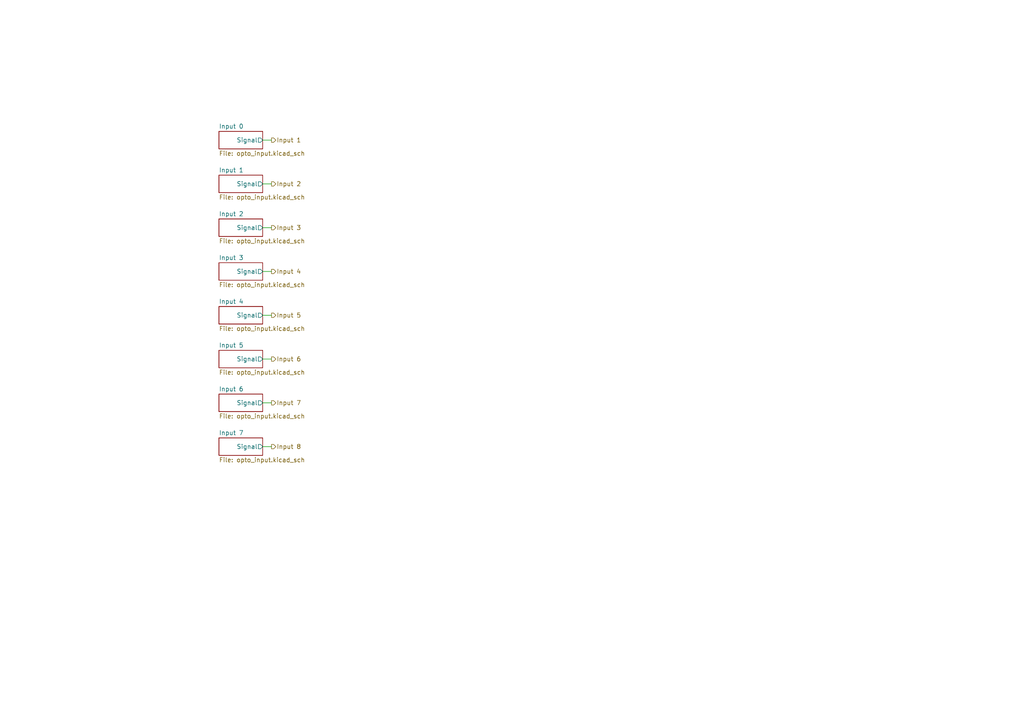
<source format=kicad_sch>
(kicad_sch
	(version 20250114)
	(generator "eeschema")
	(generator_version "9.0")
	(uuid "55d76767-650c-4c0d-b8f4-1ee18556f091")
	(paper "A4")
	(lib_symbols)
	(wire
		(pts
			(xy 76.2 104.14) (xy 78.74 104.14)
		)
		(stroke
			(width 0)
			(type default)
		)
		(uuid "0d870215-0518-4bd0-99b5-03c0c89fbe2d")
	)
	(wire
		(pts
			(xy 76.2 78.74) (xy 78.74 78.74)
		)
		(stroke
			(width 0)
			(type default)
		)
		(uuid "23e909fe-66b9-4c34-a160-0fb267295470")
	)
	(wire
		(pts
			(xy 76.2 40.64) (xy 78.74 40.64)
		)
		(stroke
			(width 0)
			(type default)
		)
		(uuid "397ffd82-7515-4f1d-9c3b-0bbf3abef4ca")
	)
	(wire
		(pts
			(xy 76.2 91.44) (xy 78.74 91.44)
		)
		(stroke
			(width 0)
			(type default)
		)
		(uuid "722eadd8-5496-4bb7-8b28-3349f534d903")
	)
	(wire
		(pts
			(xy 76.2 66.04) (xy 78.74 66.04)
		)
		(stroke
			(width 0)
			(type default)
		)
		(uuid "949b326f-828c-42f9-9304-2bcb3561c55d")
	)
	(wire
		(pts
			(xy 76.2 129.54) (xy 78.74 129.54)
		)
		(stroke
			(width 0)
			(type default)
		)
		(uuid "a45eefac-1124-4aef-903b-0077e82a691a")
	)
	(wire
		(pts
			(xy 76.2 53.34) (xy 78.74 53.34)
		)
		(stroke
			(width 0)
			(type default)
		)
		(uuid "d3833ffa-146e-4c94-981a-0770efadfdd1")
	)
	(wire
		(pts
			(xy 76.2 116.84) (xy 78.74 116.84)
		)
		(stroke
			(width 0)
			(type default)
		)
		(uuid "e02ea7db-7dec-4c57-a7b8-2dd100872069")
	)
	(hierarchical_label "Input 5"
		(shape output)
		(at 78.74 91.44 0)
		(effects
			(font
				(size 1.27 1.27)
			)
			(justify left)
		)
		(uuid "0174ae1f-2e34-4fff-a3c9-7a5243b4a3ef")
	)
	(hierarchical_label "Input 3"
		(shape output)
		(at 78.74 66.04 0)
		(effects
			(font
				(size 1.27 1.27)
			)
			(justify left)
		)
		(uuid "0611cde5-1e51-4d1e-98f6-9efd31afaac7")
	)
	(hierarchical_label "Input 2"
		(shape output)
		(at 78.74 53.34 0)
		(effects
			(font
				(size 1.27 1.27)
			)
			(justify left)
		)
		(uuid "870458a2-92b5-4853-a271-6a6bdb6351e2")
	)
	(hierarchical_label "Input 8"
		(shape output)
		(at 78.74 129.54 0)
		(effects
			(font
				(size 1.27 1.27)
			)
			(justify left)
		)
		(uuid "91a1bdc6-998e-4d64-bb09-7a77920d4ed8")
	)
	(hierarchical_label "Input 1"
		(shape output)
		(at 78.74 40.64 0)
		(effects
			(font
				(size 1.27 1.27)
			)
			(justify left)
		)
		(uuid "9c381a92-2c3c-4dbf-89ce-6575bdffe826")
	)
	(hierarchical_label "Input 4"
		(shape output)
		(at 78.74 78.74 0)
		(effects
			(font
				(size 1.27 1.27)
			)
			(justify left)
		)
		(uuid "d5cb3b15-f54a-419c-b19d-cfdd6d683851")
	)
	(hierarchical_label "Input 6"
		(shape output)
		(at 78.74 104.14 0)
		(effects
			(font
				(size 1.27 1.27)
			)
			(justify left)
		)
		(uuid "d828c20c-a81d-4e74-acd3-6c642faaf3f1")
	)
	(hierarchical_label "Input 7"
		(shape output)
		(at 78.74 116.84 0)
		(effects
			(font
				(size 1.27 1.27)
			)
			(justify left)
		)
		(uuid "de99c63a-6f2b-466f-ae51-b2a2099f81e8")
	)
	(sheet
		(at 63.5 127)
		(size 12.7 5.08)
		(exclude_from_sim no)
		(in_bom yes)
		(on_board yes)
		(dnp no)
		(fields_autoplaced yes)
		(stroke
			(width 0.1524)
			(type solid)
		)
		(fill
			(color 0 0 0 0.0000)
		)
		(uuid "1bdd2078-8570-4ad6-9003-b4e5009e5511")
		(property "Sheetname" "Input 7"
			(at 63.5 126.2884 0)
			(effects
				(font
					(size 1.27 1.27)
				)
				(justify left bottom)
			)
		)
		(property "Sheetfile" "opto_input.kicad_sch"
			(at 63.5 132.6646 0)
			(effects
				(font
					(size 1.27 1.27)
				)
				(justify left top)
			)
		)
		(pin "Signal" output
			(at 76.2 129.54 0)
			(uuid "9bc1b6fe-3fbc-4164-afef-7e219f566f22")
			(effects
				(font
					(size 1.27 1.27)
				)
				(justify right)
			)
		)
		(instances
			(project "pico-plc"
				(path "/fc9ff52a-d720-4efe-8661-3db6c88a54e4/9c980951-c203-443f-a19c-7cd136718808"
					(page "28")
				)
			)
		)
	)
	(sheet
		(at 63.5 38.1)
		(size 12.7 5.08)
		(exclude_from_sim no)
		(in_bom yes)
		(on_board yes)
		(dnp no)
		(fields_autoplaced yes)
		(stroke
			(width 0.1524)
			(type solid)
		)
		(fill
			(color 0 0 0 0.0000)
		)
		(uuid "26984477-6e52-4ef7-808d-c592db2e12dc")
		(property "Sheetname" "Input 0"
			(at 63.5 37.3884 0)
			(effects
				(font
					(size 1.27 1.27)
				)
				(justify left bottom)
			)
		)
		(property "Sheetfile" "opto_input.kicad_sch"
			(at 63.5 43.7646 0)
			(effects
				(font
					(size 1.27 1.27)
				)
				(justify left top)
			)
		)
		(pin "Signal" output
			(at 76.2 40.64 0)
			(uuid "40d427cc-8513-43c1-9675-0f497ca068c2")
			(effects
				(font
					(size 1.27 1.27)
				)
				(justify right)
			)
		)
		(instances
			(project "pico-plc"
				(path "/fc9ff52a-d720-4efe-8661-3db6c88a54e4/9c980951-c203-443f-a19c-7cd136718808"
					(page "21")
				)
			)
		)
	)
	(sheet
		(at 63.5 101.6)
		(size 12.7 5.08)
		(exclude_from_sim no)
		(in_bom yes)
		(on_board yes)
		(dnp no)
		(fields_autoplaced yes)
		(stroke
			(width 0.1524)
			(type solid)
		)
		(fill
			(color 0 0 0 0.0000)
		)
		(uuid "56f612e4-f8df-4a29-a4b3-cc593e9a40a1")
		(property "Sheetname" "Input 5"
			(at 63.5 100.8884 0)
			(effects
				(font
					(size 1.27 1.27)
				)
				(justify left bottom)
			)
		)
		(property "Sheetfile" "opto_input.kicad_sch"
			(at 63.5 107.2646 0)
			(effects
				(font
					(size 1.27 1.27)
				)
				(justify left top)
			)
		)
		(pin "Signal" output
			(at 76.2 104.14 0)
			(uuid "9b8cd172-3d8a-421c-949f-208f1d0602b3")
			(effects
				(font
					(size 1.27 1.27)
				)
				(justify right)
			)
		)
		(instances
			(project "pico-plc"
				(path "/fc9ff52a-d720-4efe-8661-3db6c88a54e4/9c980951-c203-443f-a19c-7cd136718808"
					(page "26")
				)
			)
		)
	)
	(sheet
		(at 63.5 50.8)
		(size 12.7 5.08)
		(exclude_from_sim no)
		(in_bom yes)
		(on_board yes)
		(dnp no)
		(fields_autoplaced yes)
		(stroke
			(width 0.1524)
			(type solid)
		)
		(fill
			(color 0 0 0 0.0000)
		)
		(uuid "6b8d9b27-0c27-41a4-a011-6da9dd5ad3f5")
		(property "Sheetname" "Input 1"
			(at 63.5 50.0884 0)
			(effects
				(font
					(size 1.27 1.27)
				)
				(justify left bottom)
			)
		)
		(property "Sheetfile" "opto_input.kicad_sch"
			(at 63.5 56.4646 0)
			(effects
				(font
					(size 1.27 1.27)
				)
				(justify left top)
			)
		)
		(pin "Signal" output
			(at 76.2 53.34 0)
			(uuid "6d98b261-8b54-4767-9851-991bd39bfe95")
			(effects
				(font
					(size 1.27 1.27)
				)
				(justify right)
			)
		)
		(instances
			(project "pico-plc"
				(path "/fc9ff52a-d720-4efe-8661-3db6c88a54e4/9c980951-c203-443f-a19c-7cd136718808"
					(page "22")
				)
			)
		)
	)
	(sheet
		(at 63.5 88.9)
		(size 12.7 5.08)
		(exclude_from_sim no)
		(in_bom yes)
		(on_board yes)
		(dnp no)
		(fields_autoplaced yes)
		(stroke
			(width 0.1524)
			(type solid)
		)
		(fill
			(color 0 0 0 0.0000)
		)
		(uuid "77ea1673-a597-4954-a86a-85da7195f7a6")
		(property "Sheetname" "Input 4"
			(at 63.5 88.1884 0)
			(effects
				(font
					(size 1.27 1.27)
				)
				(justify left bottom)
			)
		)
		(property "Sheetfile" "opto_input.kicad_sch"
			(at 63.5 94.5646 0)
			(effects
				(font
					(size 1.27 1.27)
				)
				(justify left top)
			)
		)
		(pin "Signal" output
			(at 76.2 91.44 0)
			(uuid "d1a14c19-b663-4276-8df5-a622586d924c")
			(effects
				(font
					(size 1.27 1.27)
				)
				(justify right)
			)
		)
		(instances
			(project "pico-plc"
				(path "/fc9ff52a-d720-4efe-8661-3db6c88a54e4/9c980951-c203-443f-a19c-7cd136718808"
					(page "25")
				)
			)
		)
	)
	(sheet
		(at 63.5 76.2)
		(size 12.7 5.08)
		(exclude_from_sim no)
		(in_bom yes)
		(on_board yes)
		(dnp no)
		(fields_autoplaced yes)
		(stroke
			(width 0.1524)
			(type solid)
		)
		(fill
			(color 0 0 0 0.0000)
		)
		(uuid "a9cb0a94-4e79-4a1b-9d76-c170745af398")
		(property "Sheetname" "Input 3"
			(at 63.5 75.4884 0)
			(effects
				(font
					(size 1.27 1.27)
				)
				(justify left bottom)
			)
		)
		(property "Sheetfile" "opto_input.kicad_sch"
			(at 63.5 81.8646 0)
			(effects
				(font
					(size 1.27 1.27)
				)
				(justify left top)
			)
		)
		(pin "Signal" output
			(at 76.2 78.74 0)
			(uuid "74c4ce72-b93c-4037-91e7-97fbebf2a9b5")
			(effects
				(font
					(size 1.27 1.27)
				)
				(justify right)
			)
		)
		(instances
			(project "pico-plc"
				(path "/fc9ff52a-d720-4efe-8661-3db6c88a54e4/9c980951-c203-443f-a19c-7cd136718808"
					(page "24")
				)
			)
		)
	)
	(sheet
		(at 63.5 114.3)
		(size 12.7 5.08)
		(exclude_from_sim no)
		(in_bom yes)
		(on_board yes)
		(dnp no)
		(fields_autoplaced yes)
		(stroke
			(width 0.1524)
			(type solid)
		)
		(fill
			(color 0 0 0 0.0000)
		)
		(uuid "c880fe79-66fb-4f0a-981b-0f1be715f955")
		(property "Sheetname" "Input 6"
			(at 63.5 113.5884 0)
			(effects
				(font
					(size 1.27 1.27)
				)
				(justify left bottom)
			)
		)
		(property "Sheetfile" "opto_input.kicad_sch"
			(at 63.5 119.9646 0)
			(effects
				(font
					(size 1.27 1.27)
				)
				(justify left top)
			)
		)
		(pin "Signal" output
			(at 76.2 116.84 0)
			(uuid "c893c505-8b96-4f30-b055-0e74b24afa46")
			(effects
				(font
					(size 1.27 1.27)
				)
				(justify right)
			)
		)
		(instances
			(project "pico-plc"
				(path "/fc9ff52a-d720-4efe-8661-3db6c88a54e4/9c980951-c203-443f-a19c-7cd136718808"
					(page "27")
				)
			)
		)
	)
	(sheet
		(at 63.5 63.5)
		(size 12.7 5.08)
		(exclude_from_sim no)
		(in_bom yes)
		(on_board yes)
		(dnp no)
		(fields_autoplaced yes)
		(stroke
			(width 0.1524)
			(type solid)
		)
		(fill
			(color 0 0 0 0.0000)
		)
		(uuid "fdf1e83c-cb6c-4463-8418-1d25a179c909")
		(property "Sheetname" "Input 2"
			(at 63.5 62.7884 0)
			(effects
				(font
					(size 1.27 1.27)
				)
				(justify left bottom)
			)
		)
		(property "Sheetfile" "opto_input.kicad_sch"
			(at 63.5 69.1646 0)
			(effects
				(font
					(size 1.27 1.27)
				)
				(justify left top)
			)
		)
		(pin "Signal" output
			(at 76.2 66.04 0)
			(uuid "933f780c-5e57-4e51-8671-cf765ca7154e")
			(effects
				(font
					(size 1.27 1.27)
				)
				(justify right)
			)
		)
		(instances
			(project "pico-plc"
				(path "/fc9ff52a-d720-4efe-8661-3db6c88a54e4/9c980951-c203-443f-a19c-7cd136718808"
					(page "23")
				)
			)
		)
	)
)

</source>
